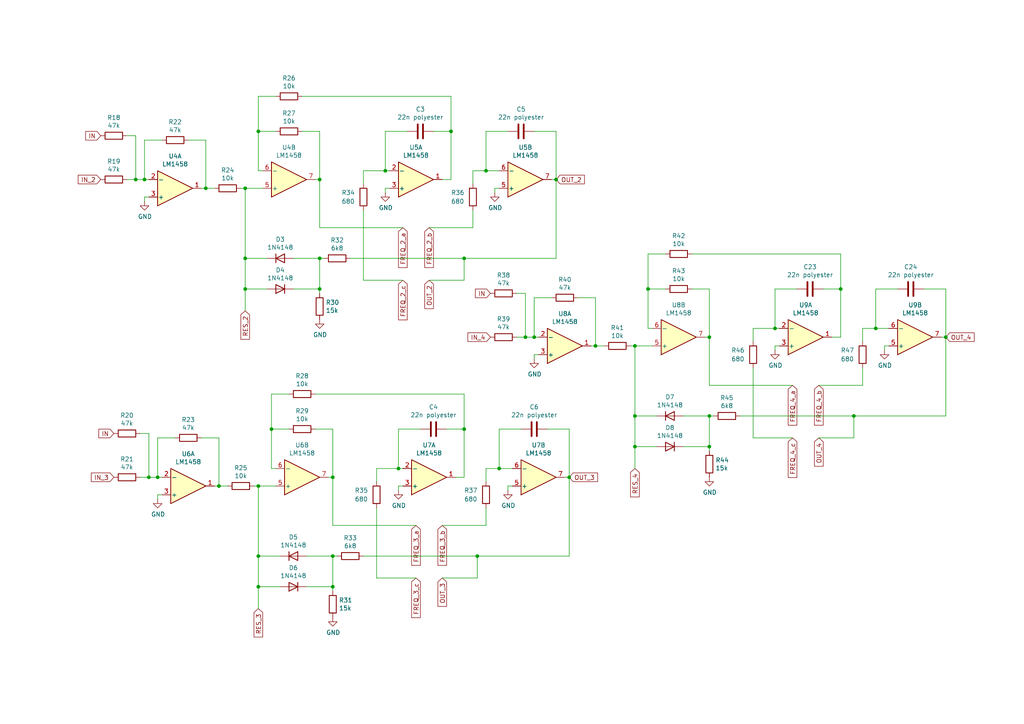
<source format=kicad_sch>
(kicad_sch (version 20230121) (generator eeschema)
  (paper "A4")
  (title_block (title "resonanz") (date "2020-06-13") (rev "01") (comment 1 "schema for main circuit") (comment 2 "resonant band pass filter") (comment 4 "License CC BY 4.0 - Attribution 4.0 International"))
  (lib_symbols
    (symbol "Device:C" (pin_numbers hide) (pin_names (offset 0.254))
      (property "Reference" "C" (at 0.635 2.54 0))
      (property "Value" "C" (at 0.635 -2.54 0))
      (symbol "C_0_1"
        (polyline (pts (xy -2.032 -0.762) (xy 2.032 -0.762)) (stroke (width 0.508)))
        (polyline (pts (xy -2.032 0.762) (xy 2.032 0.762)) (stroke (width 0.508)))
      )
      (symbol "C_1_1"
        (pin passive line (at 0 3.81 270) (length 2.794) (name "~") (number "1"))
        (pin passive line (at 0 -3.81 90) (length 2.794) (name "~") (number "2"))
      )
    )
    (symbol "Device:R" (pin_numbers hide) (pin_names (offset 0))
      (property "Reference" "R" (at 2.032 0 90))
      (property "Value" "R" (at 0 0 90))
      (symbol "R_0_1"
        (rectangle (start -1.016 -2.54) (end 1.016 2.54) (stroke (width 0.254)))
      )
      (symbol "R_1_1"
        (pin passive line (at 0 3.81 270) (length 1.27) (name "~") (number "1"))
        (pin passive line (at 0 -3.81 90) (length 1.27) (name "~") (number "2"))
      )
    )
    (symbol "Diode:1N4148" (pin_numbers hide) (pin_names hide)
      (property "Reference" "D" (at 0 2.54 0))
      (property "Value" "1N4148" (at 0 -2.54 0))
      (symbol "1N4148_0_1"
        (polyline (pts (xy -1.27 1.27) (xy -1.27 -1.27)) (stroke (width 0.254)))
        (polyline (pts (xy 1.27 0) (xy -1.27 0)))
        (polyline (pts (xy 1.27 1.27) (xy 1.27 -1.27) (xy -1.27 0) (xy 1.27 1.27)) (stroke (width 0.254)))
      )
      (symbol "1N4148_1_1"
        (pin passive line (at -3.81 0 0) (length 2.54) (name "K") (number "1"))
        (pin passive line (at 3.81 0 180) (length 2.54) (name "A") (number "2"))
      )
    )
    (symbol "elektrophon:LM1458" (pin_names (offset 0.127))
      (property "Reference" "U" (at 0 5.08 0))
      (property "Value" "LM1458" (at 0 -5.08 0))
      (symbol "LM1458_1_1"
        (polyline (pts (xy -5.08 5.08) (xy 5.08 0) (xy -5.08 -5.08) (xy -5.08 5.08)) (stroke (width 0.254)) (fill (type background)))
        (pin output line (at 7.62 0 180) (length 2.54) (name "~") (number "1"))
        (pin input line (at -7.62 -2.54 0) (length 2.54) (name "-") (number "2"))
        (pin input line (at -7.62 2.54 0) (length 2.54) (name "+") (number "3"))
      )
      (symbol "LM1458_2_1"
        (polyline (pts (xy -5.08 5.08) (xy 5.08 0) (xy -5.08 -5.08) (xy -5.08 5.08)) (stroke (width 0.254)) (fill (type background)))
        (pin input line (at -7.62 2.54 0) (length 2.54) (name "+") (number "5"))
        (pin input line (at -7.62 -2.54 0) (length 2.54) (name "-") (number "6"))
        (pin output line (at 7.62 0 180) (length 2.54) (name "~") (number "7"))
      )
      (symbol "LM1458_3_1"
        (pin power_in line (at -2.54 -7.62 90) (length 3.81) (name "V-") (number "4"))
        (pin power_in line (at -2.54 7.62 270) (length 3.81) (name "V+") (number "8"))
      )
    )
    (symbol "power:GND" (power) (pin_names (offset 0))
      (property "Value" "GND" (at 0 -3.81 0))
      (symbol "GND_0_1"
        (polyline (pts (xy 0 0) (xy 0 -1.27) (xy 1.27 -1.27) (xy 0 -2.54) (xy -1.27 -1.27) (xy 0 -1.27)))
      )
      (symbol "GND_1_1"
        (pin power_in line (at 0 0 270) (length 0) hide (name "GND") (number "1"))
      )
    )
  )
  (junction (at 138.43 161.29))
  (junction (at 43.18 138.43))
  (junction (at 96.52 138.43))
  (junction (at 71.12 54.61))
  (junction (at 74.93 161.29))
  (junction (at 187.96 83.82))
  (junction (at 96.52 161.29))
  (junction (at 205.74 120.65))
  (junction (at 243.84 83.82))
  (junction (at 274.32 97.79))
  (junction (at 78.74 124.46))
  (junction (at 165.1 138.43))
  (junction (at 184.15 100.33))
  (junction (at 41.91 52.07))
  (junction (at 154.94 97.79))
  (junction (at 134.62 74.93))
  (junction (at 63.5 140.97))
  (junction (at 130.81 38.1))
  (junction (at 224.79 95.25))
  (junction (at 172.72 100.33))
  (junction (at 184.15 120.65))
  (junction (at 152.4 97.79))
  (junction (at 71.12 83.82))
  (junction (at 71.12 74.93))
  (junction (at 205.74 97.79))
  (junction (at 74.93 38.1))
  (junction (at 254 95.25))
  (junction (at 115.57 135.89))
  (junction (at 161.29 52.07))
  (junction (at 111.76 49.53))
  (junction (at 96.52 170.18))
  (junction (at 74.93 140.97))
  (junction (at 92.71 52.07))
  (junction (at 74.93 170.18))
  (junction (at 134.62 124.46))
  (junction (at 184.15 129.54))
  (junction (at 59.69 54.61))
  (junction (at 247.65 120.65))
  (junction (at 92.71 83.82))
  (junction (at 205.74 129.54))
  (junction (at 140.97 49.53))
  (junction (at 39.37 52.07))
  (junction (at 144.78 135.89))
  (junction (at 92.71 74.93))
  (junction (at 45.72 138.43))
  (wire (pts (xy 69.85 54.61) (xy 71.12 54.61)))
  (wire (pts (xy 128.27 167.64) (xy 138.43 167.64)))
  (wire (pts (xy 224.79 95.25) (xy 226.06 95.25)))
  (wire (pts (xy 63.5 140.97) (xy 66.04 140.97)))
  (wire (pts (xy 137.16 49.53) (xy 137.16 53.34)))
  (wire (pts (xy 39.37 39.37) (xy 39.37 52.07)))
  (wire (pts (xy 205.74 83.82) (xy 205.74 97.79)))
  (wire (pts (xy 41.91 52.07) (xy 39.37 52.07)))
  (wire (pts (xy 140.97 38.1) (xy 140.97 49.53)))
  (wire (pts (xy 160.02 86.36) (xy 154.94 86.36)))
  (wire (pts (xy 190.5 120.65) (xy 184.15 120.65)))
  (wire (pts (xy 111.76 38.1) (xy 111.76 49.53)))
  (wire (pts (xy 41.91 52.07) (xy 43.18 52.07)))
  (wire (pts (xy 74.93 161.29) (xy 74.93 140.97)))
  (wire (pts (xy 115.57 124.46) (xy 121.92 124.46)))
  (wire (pts (xy 172.72 100.33) (xy 171.45 100.33)))
  (wire (pts (xy 154.94 97.79) (xy 156.21 97.79)))
  (wire (pts (xy 247.65 120.65) (xy 274.32 120.65)))
  (wire (pts (xy 125.73 38.1) (xy 130.81 38.1)))
  (wire (pts (xy 46.99 143.51) (xy 45.72 143.51)))
  (wire (pts (xy 91.44 124.46) (xy 96.52 124.46)))
  (wire (pts (xy 134.62 81.28) (xy 134.62 74.93)))
  (wire (pts (xy 243.84 83.82) (xy 243.84 97.79)))
  (wire (pts (xy 111.76 49.53) (xy 105.41 49.53)))
  (wire (pts (xy 214.63 120.65) (xy 247.65 120.65)))
  (wire (pts (xy 167.64 86.36) (xy 172.72 86.36)))
  (wire (pts (xy 247.65 127) (xy 247.65 120.65)))
  (wire (pts (xy 205.74 97.79) (xy 205.74 111.76)))
  (wire (pts (xy 274.32 83.82) (xy 274.32 97.79)))
  (wire (pts (xy 184.15 129.54) (xy 184.15 135.89)))
  (wire (pts (xy 92.71 52.07) (xy 92.71 66.04)))
  (wire (pts (xy 274.32 97.79) (xy 274.32 120.65)))
  (wire (pts (xy 138.43 167.64) (xy 138.43 161.29)))
  (wire (pts (xy 198.12 129.54) (xy 205.74 129.54)))
  (wire (pts (xy 71.12 74.93) (xy 71.12 54.61)))
  (wire (pts (xy 165.1 124.46) (xy 165.1 138.43)))
  (wire (pts (xy 96.52 161.29) (xy 88.9 161.29)))
  (wire (pts (xy 45.72 138.43) (xy 43.18 138.43)))
  (wire (pts (xy 96.52 170.18) (xy 96.52 161.29)))
  (wire (pts (xy 111.76 38.1) (xy 118.11 38.1)))
  (wire (pts (xy 78.74 124.46) (xy 78.74 135.89)))
  (wire (pts (xy 80.01 38.1) (xy 74.93 38.1)))
  (wire (pts (xy 224.79 95.25) (xy 218.44 95.25)))
  (wire (pts (xy 96.52 152.4) (xy 120.65 152.4)))
  (wire (pts (xy 237.49 127) (xy 247.65 127)))
  (wire (pts (xy 74.93 140.97) (xy 80.01 140.97)))
  (wire (pts (xy 130.81 38.1) (xy 130.81 52.07)))
  (wire (pts (xy 105.41 81.28) (xy 116.84 81.28)))
  (wire (pts (xy 111.76 54.61) (xy 111.76 55.88)))
  (wire (pts (xy 172.72 86.36) (xy 172.72 100.33)))
  (wire (pts (xy 267.97 83.82) (xy 274.32 83.82)))
  (wire (pts (xy 45.72 143.51) (xy 45.72 144.78)))
  (wire (pts (xy 154.94 102.87) (xy 154.94 104.14)))
  (wire (pts (xy 109.22 147.32) (xy 109.22 167.64)))
  (wire (pts (xy 92.71 85.09) (xy 92.71 83.82)))
  (wire (pts (xy 74.93 38.1) (xy 74.93 49.53)))
  (wire (pts (xy 147.32 140.97) (xy 147.32 142.24)))
  (wire (pts (xy 71.12 54.61) (xy 76.2 54.61)))
  (wire (pts (xy 92.71 52.07) (xy 91.44 52.07)))
  (wire (pts (xy 77.47 74.93) (xy 71.12 74.93)))
  (wire (pts (xy 109.22 167.64) (xy 120.65 167.64)))
  (wire (pts (xy 224.79 83.82) (xy 231.14 83.82)))
  (wire (pts (xy 163.83 138.43) (xy 165.1 138.43)))
  (wire (pts (xy 115.57 135.89) (xy 116.84 135.89)))
  (wire (pts (xy 148.59 140.97) (xy 147.32 140.97)))
  (wire (pts (xy 81.28 161.29) (xy 74.93 161.29)))
  (wire (pts (xy 144.78 54.61) (xy 143.51 54.61)))
  (wire (pts (xy 85.09 83.82) (xy 92.71 83.82)))
  (wire (pts (xy 43.18 57.15) (xy 41.91 57.15)))
  (wire (pts (xy 97.79 161.29) (xy 96.52 161.29)))
  (wire (pts (xy 96.52 138.43) (xy 95.25 138.43)))
  (wire (pts (xy 144.78 124.46) (xy 151.13 124.46)))
  (wire (pts (xy 156.21 102.87) (xy 154.94 102.87)))
  (wire (pts (xy 144.78 135.89) (xy 140.97 135.89)))
  (wire (pts (xy 152.4 97.79) (xy 149.86 97.79)))
  (wire (pts (xy 83.82 124.46) (xy 78.74 124.46)))
  (wire (pts (xy 187.96 73.66) (xy 187.96 83.82)))
  (wire (pts (xy 205.74 129.54) (xy 205.74 120.65)))
  (wire (pts (xy 45.72 127) (xy 45.72 138.43)))
  (wire (pts (xy 81.28 170.18) (xy 74.93 170.18)))
  (wire (pts (xy 187.96 95.25) (xy 189.23 95.25)))
  (wire (pts (xy 138.43 161.29) (xy 165.1 161.29)))
  (wire (pts (xy 46.99 40.64) (xy 41.91 40.64)))
  (wire (pts (xy 193.04 83.82) (xy 187.96 83.82)))
  (wire (pts (xy 115.57 140.97) (xy 115.57 142.24)))
  (wire (pts (xy 105.41 60.96) (xy 105.41 81.28)))
  (wire (pts (xy 154.94 38.1) (xy 161.29 38.1)))
  (wire (pts (xy 74.93 49.53) (xy 76.2 49.53)))
  (wire (pts (xy 184.15 120.65) (xy 184.15 100.33)))
  (wire (pts (xy 134.62 124.46) (xy 134.62 114.3)))
  (wire (pts (xy 41.91 57.15) (xy 41.91 58.42)))
  (wire (pts (xy 207.01 120.65) (xy 205.74 120.65)))
  (wire (pts (xy 250.19 106.68) (xy 250.19 111.76)))
  (wire (pts (xy 40.64 125.73) (xy 43.18 125.73)))
  (wire (pts (xy 92.71 74.93) (xy 85.09 74.93)))
  (wire (pts (xy 140.97 135.89) (xy 140.97 139.7)))
  (wire (pts (xy 109.22 135.89) (xy 109.22 139.7)))
  (wire (pts (xy 200.66 83.82) (xy 205.74 83.82)))
  (wire (pts (xy 96.52 171.45) (xy 96.52 170.18)))
  (wire (pts (xy 134.62 124.46) (xy 134.62 138.43)))
  (wire (pts (xy 80.01 27.94) (xy 74.93 27.94)))
  (wire (pts (xy 140.97 152.4) (xy 128.27 152.4)))
  (wire (pts (xy 184.15 129.54) (xy 184.15 120.65)))
  (wire (pts (xy 54.61 40.64) (xy 59.69 40.64)))
  (wire (pts (xy 87.63 27.94) (xy 130.81 27.94)))
  (wire (pts (xy 172.72 100.33) (xy 175.26 100.33)))
  (wire (pts (xy 93.98 74.93) (xy 92.71 74.93)))
  (wire (pts (xy 160.02 52.07) (xy 161.29 52.07)))
  (wire (pts (xy 45.72 138.43) (xy 46.99 138.43)))
  (wire (pts (xy 144.78 124.46) (xy 144.78 135.89)))
  (wire (pts (xy 50.8 127) (xy 45.72 127)))
  (wire (pts (xy 165.1 138.43) (xy 165.1 161.29)))
  (wire (pts (xy 205.74 130.81) (xy 205.74 129.54)))
  (wire (pts (xy 218.44 95.25) (xy 218.44 99.06)))
  (wire (pts (xy 36.83 39.37) (xy 39.37 39.37)))
  (wire (pts (xy 59.69 40.64) (xy 59.69 54.61)))
  (wire (pts (xy 243.84 83.82) (xy 243.84 73.66)))
  (wire (pts (xy 88.9 170.18) (xy 96.52 170.18)))
  (wire (pts (xy 105.41 49.53) (xy 105.41 53.34)))
  (wire (pts (xy 41.91 40.64) (xy 41.91 52.07)))
  (wire (pts (xy 39.37 52.07) (xy 36.83 52.07)))
  (wire (pts (xy 182.88 100.33) (xy 184.15 100.33)))
  (wire (pts (xy 132.08 138.43) (xy 134.62 138.43)))
  (wire (pts (xy 184.15 100.33) (xy 189.23 100.33)))
  (wire (pts (xy 91.44 114.3) (xy 134.62 114.3)))
  (wire (pts (xy 77.47 83.82) (xy 71.12 83.82)))
  (wire (pts (xy 144.78 49.53) (xy 140.97 49.53)))
  (wire (pts (xy 92.71 66.04) (xy 116.84 66.04)))
  (wire (pts (xy 190.5 129.54) (xy 184.15 129.54)))
  (wire (pts (xy 254 95.25) (xy 250.19 95.25)))
  (wire (pts (xy 257.81 100.33) (xy 256.54 100.33)))
  (wire (pts (xy 43.18 125.73) (xy 43.18 138.43)))
  (wire (pts (xy 257.81 95.25) (xy 254 95.25)))
  (wire (pts (xy 59.69 54.61) (xy 62.23 54.61)))
  (wire (pts (xy 74.93 170.18) (xy 74.93 161.29)))
  (wire (pts (xy 154.94 86.36) (xy 154.94 97.79)))
  (wire (pts (xy 92.71 83.82) (xy 92.71 74.93)))
  (wire (pts (xy 78.74 135.89) (xy 80.01 135.89)))
  (wire (pts (xy 113.03 54.61) (xy 111.76 54.61)))
  (wire (pts (xy 254 83.82) (xy 254 95.25)))
  (wire (pts (xy 137.16 60.96) (xy 137.16 66.04)))
  (wire (pts (xy 218.44 106.68) (xy 218.44 127)))
  (wire (pts (xy 140.97 147.32) (xy 140.97 152.4)))
  (wire (pts (xy 273.05 97.79) (xy 274.32 97.79)))
  (wire (pts (xy 92.71 38.1) (xy 92.71 52.07)))
  (wire (pts (xy 63.5 127) (xy 63.5 140.97)))
  (wire (pts (xy 128.27 52.07) (xy 130.81 52.07)))
  (wire (pts (xy 238.76 83.82) (xy 243.84 83.82)))
  (wire (pts (xy 205.74 111.76) (xy 229.87 111.76)))
  (wire (pts (xy 74.93 170.18) (xy 74.93 176.53)))
  (wire (pts (xy 96.52 124.46) (xy 96.52 138.43)))
  (wire (pts (xy 115.57 135.89) (xy 109.22 135.89)))
  (wire (pts (xy 200.66 73.66) (xy 243.84 73.66)))
  (wire (pts (xy 143.51 54.61) (xy 143.51 55.88)))
  (wire (pts (xy 43.18 138.43) (xy 40.64 138.43)))
  (wire (pts (xy 59.69 54.61) (xy 58.42 54.61)))
  (wire (pts (xy 71.12 83.82) (xy 71.12 74.93)))
  (wire (pts (xy 224.79 83.82) (xy 224.79 95.25)))
  (wire (pts (xy 250.19 95.25) (xy 250.19 99.06)))
  (wire (pts (xy 187.96 83.82) (xy 187.96 95.25)))
  (wire (pts (xy 130.81 38.1) (xy 130.81 27.94)))
  (wire (pts (xy 83.82 114.3) (xy 78.74 114.3)))
  (wire (pts (xy 205.74 120.65) (xy 198.12 120.65)))
  (wire (pts (xy 148.59 135.89) (xy 144.78 135.89)))
  (wire (pts (xy 218.44 127) (xy 229.87 127)))
  (wire (pts (xy 256.54 100.33) (xy 256.54 101.6)))
  (wire (pts (xy 224.79 100.33) (xy 224.79 101.6)))
  (wire (pts (xy 71.12 83.82) (xy 71.12 90.17)))
  (wire (pts (xy 193.04 73.66) (xy 187.96 73.66)))
  (wire (pts (xy 63.5 140.97) (xy 62.23 140.97)))
  (wire (pts (xy 58.42 127) (xy 63.5 127)))
  (wire (pts (xy 158.75 124.46) (xy 165.1 124.46)))
  (wire (pts (xy 140.97 49.53) (xy 137.16 49.53)))
  (wire (pts (xy 124.46 81.28) (xy 134.62 81.28)))
  (wire (pts (xy 129.54 124.46) (xy 134.62 124.46)))
  (wire (pts (xy 73.66 140.97) (xy 74.93 140.97)))
  (wire (pts (xy 205.74 97.79) (xy 204.47 97.79)))
  (wire (pts (xy 116.84 140.97) (xy 115.57 140.97)))
  (wire (pts (xy 105.41 161.29) (xy 138.43 161.29)))
  (wire (pts (xy 78.74 114.3) (xy 78.74 124.46)))
  (wire (pts (xy 152.4 85.09) (xy 152.4 97.79)))
  (wire (pts (xy 87.63 38.1) (xy 92.71 38.1)))
  (wire (pts (xy 254 83.82) (xy 260.35 83.82)))
  (wire (pts (xy 161.29 38.1) (xy 161.29 52.07)))
  (wire (pts (xy 140.97 38.1) (xy 147.32 38.1)))
  (wire (pts (xy 101.6 74.93) (xy 134.62 74.93)))
  (wire (pts (xy 149.86 85.09) (xy 152.4 85.09)))
  (wire (pts (xy 134.62 74.93) (xy 161.29 74.93)))
  (wire (pts (xy 241.3 97.79) (xy 243.84 97.79)))
  (wire (pts (xy 111.76 49.53) (xy 113.03 49.53)))
  (wire (pts (xy 250.19 111.76) (xy 237.49 111.76)))
  (wire (pts (xy 161.29 52.07) (xy 161.29 74.93)))
  (wire (pts (xy 115.57 124.46) (xy 115.57 135.89)))
  (wire (pts (xy 96.52 138.43) (xy 96.52 152.4)))
  (wire (pts (xy 137.16 66.04) (xy 124.46 66.04)))
  (wire (pts (xy 74.93 27.94) (xy 74.93 38.1)))
  (wire (pts (xy 226.06 100.33) (xy 224.79 100.33)))
  (wire (pts (xy 154.94 97.79) (xy 152.4 97.79)))
  (global_label "IN_4" (shape input) (at 142.24 97.79 180) (property "Intersheetrefs" "${INTERSHEET_REFS}" (effects hide)))
  (global_label "OUT_2" (shape input) (at 124.46 81.28 270) (property "Intersheetrefs" "${INTERSHEET_REFS}" (effects hide)))
  (global_label "IN" (shape input) (at 142.24 85.09 180) (property "Intersheetrefs" "${INTERSHEET_REFS}" (effects hide)))
  (global_label "FREQ_4_c" (shape input) (at 229.87 127 270) (property "Intersheetrefs" "${INTERSHEET_REFS}" (effects hide)))
  (global_label "FREQ_3_b" (shape input) (at 128.27 152.4 270) (property "Intersheetrefs" "${INTERSHEET_REFS}" (effects hide)))
  (global_label "IN" (shape input) (at 29.21 39.37 180) (property "Intersheetrefs" "${INTERSHEET_REFS}" (effects hide)))
  (global_label "FREQ_4_a" (shape input) (at 229.87 111.76 270) (property "Intersheetrefs" "${INTERSHEET_REFS}" (effects hide)))
  (global_label "FREQ_2_a" (shape input) (at 116.84 66.04 270) (property "Intersheetrefs" "${INTERSHEET_REFS}" (effects hide)))
  (global_label "FREQ_2_c" (shape input) (at 116.84 81.28 270) (property "Intersheetrefs" "${INTERSHEET_REFS}" (effects hide)))
  (global_label "OUT_2" (shape input) (at 161.29 52.07 0) (property "Intersheetrefs" "${INTERSHEET_REFS}" (effects hide)))
  (global_label "OUT_4" (shape input) (at 274.32 97.79 0) (property "Intersheetrefs" "${INTERSHEET_REFS}" (effects hide)))
  (global_label "IN_2" (shape input) (at 29.21 52.07 180) (property "Intersheetrefs" "${INTERSHEET_REFS}" (effects hide)))
  (global_label "IN_3" (shape input) (at 33.02 138.43 180) (property "Intersheetrefs" "${INTERSHEET_REFS}" (effects hide)))
  (global_label "FREQ_3_a" (shape input) (at 120.65 152.4 270) (property "Intersheetrefs" "${INTERSHEET_REFS}" (effects hide)))
  (global_label "OUT_3" (shape input) (at 165.1 138.43 0) (property "Intersheetrefs" "${INTERSHEET_REFS}" (effects hide)))
  (global_label "OUT_3" (shape input) (at 128.27 167.64 270) (property "Intersheetrefs" "${INTERSHEET_REFS}" (effects hide)))
  (global_label "OUT_4" (shape input) (at 237.49 127 270) (property "Intersheetrefs" "${INTERSHEET_REFS}" (effects hide)))
  (global_label "RES_2" (shape input) (at 71.12 90.17 270) (property "Intersheetrefs" "${INTERSHEET_REFS}" (effects hide)))
  (global_label "FREQ_4_b" (shape input) (at 237.49 111.76 270) (property "Intersheetrefs" "${INTERSHEET_REFS}" (effects hide)))
  (global_label "RES_4" (shape input) (at 184.15 135.89 270) (property "Intersheetrefs" "${INTERSHEET_REFS}" (effects hide)))
  (global_label "IN" (shape input) (at 33.02 125.73 180) (property "Intersheetrefs" "${INTERSHEET_REFS}" (effects hide)))
  (global_label "FREQ_3_c" (shape input) (at 120.65 167.64 270) (property "Intersheetrefs" "${INTERSHEET_REFS}" (effects hide)))
  (global_label "RES_3" (shape input) (at 74.93 176.53 270) (property "Intersheetrefs" "${INTERSHEET_REFS}" (effects hide)))
  (global_label "FREQ_2_b" (shape input) (at 124.46 66.04 270) (property "Intersheetrefs" "${INTERSHEET_REFS}" (effects hide)))
  (symbol (lib_id "Device:R") (at 36.83 125.73 90) (unit 1)
    (property "Reference" "R20" (at 36.83 120.4722 90))
    (property "Value" "47k" (at 36.83 122.7836 90))
    (property "Footprint" "Resistor_THT:R_Axial_DIN0207_L6.3mm_D2.5mm_P10.16mm_Horizontal" (effects hide))
  )
  (symbol (lib_id "Device:R") (at 36.83 138.43 90) (unit 1)
    (property "Reference" "R21" (at 36.83 133.1722 90))
    (property "Value" "47k" (at 36.83 135.4836 90))
    (property "Footprint" "Resistor_THT:R_Axial_DIN0207_L6.3mm_D2.5mm_P10.16mm_Horizontal" (effects hide))
  )
  (symbol (lib_id "Device:R") (at 54.61 127 90) (unit 1)
    (property "Reference" "R23" (at 54.61 121.7422 90))
    (property "Value" "47k" (at 54.61 124.0536 90))
    (property "Footprint" "Resistor_THT:R_Axial_DIN0207_L6.3mm_D2.5mm_P2.54mm_Vertical" (effects hide))
  )
  (symbol (lib_id "Device:R") (at 69.85 140.97 90) (unit 1)
    (property "Reference" "R25" (at 69.85 135.7122 90))
    (property "Value" "10k" (at 69.85 138.0236 90))
    (property "Footprint" "Resistor_THT:R_Axial_DIN0207_L6.3mm_D2.5mm_P10.16mm_Horizontal" (effects hide))
  )
  (symbol (lib_id "Device:R") (at 87.63 124.46 90) (unit 1)
    (property "Reference" "R29" (at 87.63 119.2022 90))
    (property "Value" "10k" (at 87.63 121.5136 90))
    (property "Footprint" "Resistor_THT:R_Axial_DIN0207_L6.3mm_D2.5mm_P2.54mm_Vertical" (effects hide))
  )
  (symbol (lib_id "Device:R") (at 87.63 114.3 90) (unit 1)
    (property "Reference" "R28" (at 87.63 109.0422 90))
    (property "Value" "10k" (at 87.63 111.3536 90))
    (property "Footprint" "Resistor_THT:R_Axial_DIN0207_L6.3mm_D2.5mm_P2.54mm_Vertical" (effects hide))
  )
  (symbol (lib_id "Device:R") (at 96.52 175.26 0) (unit 1)
    (property "Reference" "R31" (at 98.298 174.0916 0) (effects (justify left)))
    (property "Value" "15k" (at 98.298 176.403 0) (effects (justify left)))
    (property "Footprint" "Resistor_THT:R_Axial_DIN0207_L6.3mm_D2.5mm_P10.16mm_Horizontal" (effects hide))
  )
  (symbol (lib_id "Device:C") (at 125.73 124.46 270) (unit 1)
    (property "Reference" "C4" (at 125.73 118.0592 90))
    (property "Value" "22n polyester" (at 125.73 120.3706 90))
    (property "Footprint" "Capacitor_THT:C_Rect_L7.2mm_W2.5mm_P5.00mm_FKS2_FKP2_MKS2_MKP2" (effects hide))
  )
  (symbol (lib_id "Diode:1N4148") (at 85.09 161.29 0) (unit 1)
    (property "Reference" "D5" (at 85.09 155.8036 0))
    (property "Value" "1N4148" (at 85.09 158.115 0))
    (property "Footprint" "Diode_THT:D_DO-35_SOD27_P3.81mm_Vertical_KathodeUp" (effects hide))
    (property "Datasheet" "https://assets.nexperia.com/documents/data-sheet/1N4148_1N4448.pdf" (effects hide))
  )
  (symbol (lib_id "Diode:1N4148") (at 85.09 170.18 180) (unit 1)
    (property "Reference" "D6" (at 85.09 164.6936 0))
    (property "Value" "1N4148" (at 85.09 167.005 0))
    (property "Footprint" "Diode_THT:D_DO-35_SOD27_P3.81mm_Vertical_KathodeUp" (effects hide))
    (property "Datasheet" "https://assets.nexperia.com/documents/data-sheet/1N4148_1N4448.pdf" (effects hide))
  )
  (symbol (lib_id "power:GND") (at 96.52 179.07 0) (unit 1)
    (property "Reference" "#PWR013" (effects hide))
    (property "Value" "GND" (at 96.647 183.4642 0))
  )
  (symbol (lib_id "Device:R") (at 101.6 161.29 270) (unit 1)
    (property "Reference" "R33" (at 101.6 156.0322 90))
    (property "Value" "6k8" (at 101.6 158.3436 90))
    (property "Footprint" "Resistor_THT:R_Axial_DIN0207_L6.3mm_D2.5mm_P2.54mm_Vertical" (effects hide))
  )
  (symbol (lib_id "Device:R") (at 109.22 143.51 0) (unit 1)
    (property "Reference" "R35" (at 102.87 142.24 0) (effects (justify left)))
    (property "Value" "680" (at 102.87 144.78 0) (effects (justify left)))
    (property "Footprint" "Resistor_THT:R_Axial_DIN0207_L6.3mm_D2.5mm_P10.16mm_Horizontal" (effects hide))
  )
  (symbol (lib_id "Device:R") (at 140.97 143.51 0) (unit 1)
    (property "Reference" "R37" (at 134.62 142.24 0) (effects (justify left)))
    (property "Value" "680" (at 134.62 144.78 0) (effects (justify left)))
    (property "Footprint" "Resistor_THT:R_Axial_DIN0207_L6.3mm_D2.5mm_P10.16mm_Horizontal" (effects hide))
  )
  (symbol (lib_id "Device:C") (at 154.94 124.46 270) (unit 1)
    (property "Reference" "C6" (at 154.94 118.0592 90))
    (property "Value" "22n polyester" (at 154.94 120.3706 90))
    (property "Footprint" "Capacitor_THT:C_Rect_L7.2mm_W2.5mm_P5.00mm_FKS2_FKP2_MKS2_MKP2" (effects hide))
  )
  (symbol (lib_id "power:GND") (at 45.72 144.78 0) (unit 1)
    (property "Reference" "#PWR011" (effects hide))
    (property "Value" "GND" (at 45.847 149.1742 0))
  )
  (symbol (lib_id "power:GND") (at 115.57 142.24 0) (unit 1)
    (property "Reference" "#PWR015" (effects hide))
    (property "Value" "GND" (at 115.697 146.6342 0))
  )
  (symbol (lib_id "power:GND") (at 147.32 142.24 0) (unit 1)
    (property "Reference" "#PWR017" (effects hide))
    (property "Value" "GND" (at 147.447 146.6342 0))
  )
  (symbol (lib_id "Device:R") (at 33.02 39.37 90) (unit 1)
    (property "Reference" "R18" (at 33.02 34.1122 90))
    (property "Value" "47k" (at 33.02 36.4236 90))
    (property "Footprint" "Resistor_THT:R_Axial_DIN0207_L6.3mm_D2.5mm_P10.16mm_Horizontal" (effects hide))
  )
  (symbol (lib_id "Device:R") (at 33.02 52.07 90) (unit 1)
    (property "Reference" "R19" (at 33.02 46.8122 90))
    (property "Value" "47k" (at 33.02 49.1236 90))
    (property "Footprint" "Resistor_THT:R_Axial_DIN0207_L6.3mm_D2.5mm_P10.16mm_Horizontal" (effects hide))
  )
  (symbol (lib_id "Device:R") (at 50.8 40.64 90) (unit 1)
    (property "Reference" "R22" (at 50.8 35.3822 90))
    (property "Value" "47k" (at 50.8 37.6936 90))
    (property "Footprint" "Resistor_THT:R_Axial_DIN0207_L6.3mm_D2.5mm_P2.54mm_Vertical" (effects hide))
  )
  (symbol (lib_id "Device:R") (at 66.04 54.61 90) (unit 1)
    (property "Reference" "R24" (at 66.04 49.3522 90))
    (property "Value" "10k" (at 66.04 51.6636 90))
    (property "Footprint" "Resistor_THT:R_Axial_DIN0207_L6.3mm_D2.5mm_P10.16mm_Horizontal" (effects hide))
  )
  (symbol (lib_id "Device:R") (at 83.82 38.1 90) (unit 1)
    (property "Reference" "R27" (at 83.82 32.8422 90))
    (property "Value" "10k" (at 83.82 35.1536 90))
    (property "Footprint" "Resistor_THT:R_Axial_DIN0207_L6.3mm_D2.5mm_P2.54mm_Vertical" (effects hide))
  )
  (symbol (lib_id "Device:R") (at 83.82 27.94 90) (unit 1)
    (property "Reference" "R26" (at 83.82 22.6822 90))
    (property "Value" "10k" (at 83.82 24.9936 90))
    (property "Footprint" "Resistor_THT:R_Axial_DIN0207_L6.3mm_D2.5mm_P2.54mm_Vertical" (effects hide))
  )
  (symbol (lib_id "Device:R") (at 92.71 88.9 0) (unit 1)
    (property "Reference" "R30" (at 94.488 87.7316 0) (effects (justify left)))
    (property "Value" "15k" (at 94.488 90.043 0) (effects (justify left)))
    (property "Footprint" "Resistor_THT:R_Axial_DIN0207_L6.3mm_D2.5mm_P10.16mm_Horizontal" (effects hide))
  )
  (symbol (lib_id "Device:C") (at 121.92 38.1 270) (unit 1)
    (property "Reference" "C3" (at 121.92 31.6992 90))
    (property "Value" "22n polyester" (at 121.92 34.0106 90))
    (property "Footprint" "Capacitor_THT:C_Rect_L7.2mm_W2.5mm_P5.00mm_FKS2_FKP2_MKS2_MKP2" (effects hide))
  )
  (symbol (lib_id "Diode:1N4148") (at 81.28 74.93 0) (unit 1)
    (property "Reference" "D3" (at 81.28 69.4436 0))
    (property "Value" "1N4148" (at 81.28 71.755 0))
    (property "Footprint" "Diode_THT:D_DO-35_SOD27_P3.81mm_Vertical_KathodeUp" (effects hide))
    (property "Datasheet" "https://assets.nexperia.com/documents/data-sheet/1N4148_1N4448.pdf" (effects hide))
  )
  (symbol (lib_id "Diode:1N4148") (at 81.28 83.82 180) (unit 1)
    (property "Reference" "D4" (at 81.28 78.3336 0))
    (property "Value" "1N4148" (at 81.28 80.645 0))
    (property "Footprint" "Diode_THT:D_DO-35_SOD27_P3.81mm_Vertical_KathodeUp" (effects hide))
    (property "Datasheet" "https://assets.nexperia.com/documents/data-sheet/1N4148_1N4448.pdf" (effects hide))
  )
  (symbol (lib_id "power:GND") (at 92.71 92.71 0) (unit 1)
    (property "Reference" "#PWR012" (effects hide))
    (property "Value" "GND" (at 92.837 97.1042 0))
  )
  (symbol (lib_id "Device:R") (at 97.79 74.93 270) (unit 1)
    (property "Reference" "R32" (at 97.79 69.6722 90))
    (property "Value" "6k8" (at 97.79 71.9836 90))
    (property "Footprint" "Resistor_THT:R_Axial_DIN0207_L6.3mm_D2.5mm_P2.54mm_Vertical" (effects hide))
  )
  (symbol (lib_id "Device:R") (at 105.41 57.15 0) (unit 1)
    (property "Reference" "R34" (at 99.06 55.88 0) (effects (justify left)))
    (property "Value" "680" (at 99.06 58.42 0) (effects (justify left)))
    (property "Footprint" "Resistor_THT:R_Axial_DIN0207_L6.3mm_D2.5mm_P10.16mm_Horizontal" (effects hide))
  )
  (symbol (lib_id "Device:R") (at 137.16 57.15 0) (unit 1)
    (property "Reference" "R36" (at 130.81 55.88 0) (effects (justify left)))
    (property "Value" "680" (at 130.81 58.42 0) (effects (justify left)))
    (property "Footprint" "Resistor_THT:R_Axial_DIN0207_L6.3mm_D2.5mm_P10.16mm_Horizontal" (effects hide))
  )
  (symbol (lib_id "Device:C") (at 151.13 38.1 270) (unit 1)
    (property "Reference" "C5" (at 151.13 31.6992 90))
    (property "Value" "22n polyester" (at 151.13 34.0106 90))
    (property "Footprint" "Capacitor_THT:C_Rect_L7.2mm_W2.5mm_P5.00mm_FKS2_FKP2_MKS2_MKP2" (effects hide))
  )
  (symbol (lib_id "power:GND") (at 41.91 58.42 0) (unit 1)
    (property "Reference" "#PWR010" (effects hide))
    (property "Value" "GND" (at 42.037 62.8142 0))
  )
  (symbol (lib_id "power:GND") (at 111.76 55.88 0) (unit 1)
    (property "Reference" "#PWR014" (effects hide))
    (property "Value" "GND" (at 111.887 60.2742 0))
  )
  (symbol (lib_id "power:GND") (at 143.51 55.88 0) (unit 1)
    (property "Reference" "#PWR016" (effects hide))
    (property "Value" "GND" (at 143.637 60.2742 0))
  )
  (symbol (lib_id "Device:R") (at 146.05 85.09 90) (unit 1)
    (property "Reference" "R38" (at 146.05 79.8322 90))
    (property "Value" "47k" (at 146.05 82.1436 90))
    (property "Footprint" "Resistor_THT:R_Axial_DIN0207_L6.3mm_D2.5mm_P10.16mm_Horizontal" (effects hide))
  )
  (symbol (lib_id "Device:R") (at 146.05 97.79 90) (unit 1)
    (property "Reference" "R39" (at 146.05 92.5322 90))
    (property "Value" "47k" (at 146.05 94.8436 90))
    (property "Footprint" "Resistor_THT:R_Axial_DIN0207_L6.3mm_D2.5mm_P10.16mm_Horizontal" (effects hide))
  )
  (symbol (lib_id "Device:R") (at 163.83 86.36 90) (unit 1)
    (property "Reference" "R40" (at 163.83 81.1022 90))
    (property "Value" "47k" (at 163.83 83.4136 90))
    (property "Footprint" "Resistor_THT:R_Axial_DIN0207_L6.3mm_D2.5mm_P2.54mm_Vertical" (effects hide))
  )
  (symbol (lib_id "Device:R") (at 179.07 100.33 90) (unit 1)
    (property "Reference" "R41" (at 179.07 95.0722 90))
    (property "Value" "10k" (at 179.07 97.3836 90))
    (property "Footprint" "Resistor_THT:R_Axial_DIN0207_L6.3mm_D2.5mm_P10.16mm_Horizontal" (effects hide))
  )
  (symbol (lib_id "Device:R") (at 196.85 83.82 90) (unit 1)
    (property "Reference" "R43" (at 196.85 78.5622 90))
    (property "Value" "10k" (at 196.85 80.8736 90))
    (property "Footprint" "Resistor_THT:R_Axial_DIN0207_L6.3mm_D2.5mm_P2.54mm_Vertical" (effects hide))
  )
  (symbol (lib_id "Device:R") (at 196.85 73.66 90) (unit 1)
    (property "Reference" "R42" (at 196.85 68.4022 90))
    (property "Value" "10k" (at 196.85 70.7136 90))
    (property "Footprint" "Resistor_THT:R_Axial_DIN0207_L6.3mm_D2.5mm_P2.54mm_Vertical" (effects hide))
  )
  (symbol (lib_id "Device:R") (at 205.74 134.62 0) (unit 1)
    (property "Reference" "R44" (at 207.518 133.4516 0) (effects (justify left)))
    (property "Value" "15k" (at 207.518 135.763 0) (effects (justify left)))
    (property "Footprint" "Resistor_THT:R_Axial_DIN0207_L6.3mm_D2.5mm_P10.16mm_Horizontal" (effects hide))
  )
  (symbol (lib_id "Device:C") (at 234.95 83.82 270) (unit 1)
    (property "Reference" "C23" (at 234.95 77.4192 90))
    (property "Value" "22n polyester" (at 234.95 79.7306 90))
    (property "Footprint" "Capacitor_THT:C_Rect_L7.2mm_W2.5mm_P5.00mm_FKS2_FKP2_MKS2_MKP2" (effects hide))
  )
  (symbol (lib_id "Diode:1N4148") (at 194.31 120.65 0) (unit 1)
    (property "Reference" "D7" (at 194.31 115.1636 0))
    (property "Value" "1N4148" (at 194.31 117.475 0))
    (property "Footprint" "Diode_THT:D_DO-35_SOD27_P3.81mm_Vertical_KathodeUp" (effects hide))
    (property "Datasheet" "https://assets.nexperia.com/documents/data-sheet/1N4148_1N4448.pdf" (effects hide))
  )
  (symbol (lib_id "Diode:1N4148") (at 194.31 129.54 180) (unit 1)
    (property "Reference" "D8" (at 194.31 124.0536 0))
    (property "Value" "1N4148" (at 194.31 126.365 0))
    (property "Footprint" "Diode_THT:D_DO-35_SOD27_P3.81mm_Vertical_KathodeUp" (effects hide))
    (property "Datasheet" "https://assets.nexperia.com/documents/data-sheet/1N4148_1N4448.pdf" (effects hide))
  )
  (symbol (lib_id "power:GND") (at 205.74 138.43 0) (unit 1)
    (property "Reference" "#PWR035" (effects hide))
    (property "Value" "GND" (at 205.867 142.8242 0))
  )
  (symbol (lib_id "Device:R") (at 210.82 120.65 270) (unit 1)
    (property "Reference" "R45" (at 210.82 115.3922 90))
    (property "Value" "6k8" (at 210.82 117.7036 90))
    (property "Footprint" "Resistor_THT:R_Axial_DIN0207_L6.3mm_D2.5mm_P2.54mm_Vertical" (effects hide))
  )
  (symbol (lib_id "Device:R") (at 218.44 102.87 0) (unit 1)
    (property "Reference" "R46" (at 212.09 101.6 0) (effects (justify left)))
    (property "Value" "680" (at 212.09 104.14 0) (effects (justify left)))
    (property "Footprint" "Resistor_THT:R_Axial_DIN0207_L6.3mm_D2.5mm_P10.16mm_Horizontal" (effects hide))
  )
  (symbol (lib_id "Device:R") (at 250.19 102.87 0) (unit 1)
    (property "Reference" "R47" (at 243.84 101.6 0) (effects (justify left)))
    (property "Value" "680" (at 243.84 104.14 0) (effects (justify left)))
    (property "Footprint" "Resistor_THT:R_Axial_DIN0207_L6.3mm_D2.5mm_P10.16mm_Horizontal" (effects hide))
  )
  (symbol (lib_id "Device:C") (at 264.16 83.82 270) (unit 1)
    (property "Reference" "C24" (at 264.16 77.4192 90))
    (property "Value" "22n polyester" (at 264.16 79.7306 90))
    (property "Footprint" "Capacitor_THT:C_Rect_L7.2mm_W2.5mm_P5.00mm_FKS2_FKP2_MKS2_MKP2" (effects hide))
  )
  (symbol (lib_id "power:GND") (at 154.94 104.14 0) (unit 1)
    (property "Reference" "#PWR034" (effects hide))
    (property "Value" "GND" (at 155.067 108.5342 0))
  )
  (symbol (lib_id "power:GND") (at 224.79 101.6 0) (unit 1)
    (property "Reference" "#PWR036" (effects hide))
    (property "Value" "GND" (at 224.917 105.9942 0))
  )
  (symbol (lib_id "power:GND") (at 256.54 101.6 0) (unit 1)
    (property "Reference" "#PWR037" (effects hide))
    (property "Value" "GND" (at 256.667 105.9942 0))
  )
  (symbol (lib_id "elektrophon:LM1458") (at 50.8 54.61 0) (mirror x) (unit 1)
    (property "Reference" "U4" (at 50.8 45.2882 0))
    (property "Value" "LM1458" (at 50.8 47.5996 0))
    (property "Footprint" "Package_DIP:DIP-8_W7.62mm_Socket" (effects hide))
    (property "Datasheet" "http://www.ti.com/lit/ds/symlink/lm358.pdf" (effects hide))
  )
  (symbol (lib_id "elektrophon:LM1458") (at 83.82 52.07 0) (mirror x) (unit 2)
    (property "Reference" "U4" (at 83.82 42.7482 0))
    (property "Value" "LM1458" (at 83.82 45.0596 0))
    (property "Footprint" "Package_DIP:DIP-8_W7.62mm_Socket" (effects hide))
    (property "Datasheet" "http://www.ti.com/lit/ds/symlink/lm358.pdf" (effects hide))
  )
  (symbol (lib_id "elektrophon:LM1458") (at 120.65 52.07 0) (mirror x) (unit 1)
    (property "Reference" "U5" (at 120.65 42.7482 0))
    (property "Value" "LM1458" (at 120.65 45.0596 0))
    (property "Footprint" "Package_DIP:DIP-8_W7.62mm_Socket" (effects hide))
    (property "Datasheet" "http://www.ti.com/lit/ds/symlink/lm358.pdf" (effects hide))
  )
  (symbol (lib_id "elektrophon:LM1458") (at 152.4 52.07 0) (mirror x) (unit 2)
    (property "Reference" "U5" (at 152.4 42.7482 0))
    (property "Value" "LM1458" (at 152.4 45.0596 0))
    (property "Footprint" "Package_DIP:DIP-8_W7.62mm_Socket" (effects hide))
    (property "Datasheet" "http://www.ti.com/lit/ds/symlink/lm358.pdf" (effects hide))
  )
  (symbol (lib_id "elektrophon:LM1458") (at 54.61 140.97 0) (mirror x) (unit 1)
    (property "Reference" "U6" (at 54.61 131.6482 0))
    (property "Value" "LM1458" (at 54.61 133.9596 0))
    (property "Footprint" "Package_DIP:DIP-8_W7.62mm_Socket" (effects hide))
    (property "Datasheet" "http://www.ti.com/lit/ds/symlink/lm358.pdf" (effects hide))
  )
  (symbol (lib_id "elektrophon:LM1458") (at 87.63 138.43 0) (mirror x) (unit 2)
    (property "Reference" "U6" (at 87.63 129.1082 0))
    (property "Value" "LM1458" (at 87.63 131.4196 0))
    (property "Footprint" "Package_DIP:DIP-8_W7.62mm_Socket" (effects hide))
    (property "Datasheet" "http://www.ti.com/lit/ds/symlink/lm358.pdf" (effects hide))
  )
  (symbol (lib_id "elektrophon:LM1458") (at 124.46 138.43 0) (mirror x) (unit 1)
    (property "Reference" "U7" (at 124.46 129.1082 0))
    (property "Value" "LM1458" (at 124.46 131.4196 0))
    (property "Footprint" "Package_DIP:DIP-8_W7.62mm_Socket" (effects hide))
    (property "Datasheet" "http://www.ti.com/lit/ds/symlink/lm358.pdf" (effects hide))
  )
  (symbol (lib_id "elektrophon:LM1458") (at 156.21 138.43 0) (mirror x) (unit 2)
    (property "Reference" "U7" (at 156.21 129.1082 0))
    (property "Value" "LM1458" (at 156.21 131.4196 0))
    (property "Footprint" "Package_DIP:DIP-8_W7.62mm_Socket" (effects hide))
    (property "Datasheet" "http://www.ti.com/lit/ds/symlink/lm358.pdf" (effects hide))
  )
  (symbol (lib_id "elektrophon:LM1458") (at 163.83 100.33 0) (mirror x) (unit 1)
    (property "Reference" "U8" (at 163.83 91.0082 0))
    (property "Value" "LM1458" (at 163.83 93.3196 0))
    (property "Footprint" "Package_DIP:DIP-8_W7.62mm_Socket" (effects hide))
    (property "Datasheet" "http://www.ti.com/lit/ds/symlink/lm358.pdf" (effects hide))
  )
  (symbol (lib_id "elektrophon:LM1458") (at 196.85 97.79 0) (mirror x) (unit 2)
    (property "Reference" "U8" (at 196.85 88.4682 0))
    (property "Value" "LM1458" (at 196.85 90.7796 0))
    (property "Footprint" "Package_DIP:DIP-8_W7.62mm_Socket" (effects hide))
    (property "Datasheet" "http://www.ti.com/lit/ds/symlink/lm358.pdf" (effects hide))
  )
  (symbol (lib_id "elektrophon:LM1458") (at 265.43 97.79 0) (mirror x) (unit 2)
    (property "Reference" "U9" (at 265.43 88.4682 0))
    (property "Value" "LM1458" (at 265.43 90.7796 0))
    (property "Footprint" "Package_DIP:DIP-8_W7.62mm_Socket" (effects hide))
    (property "Datasheet" "http://www.ti.com/lit/ds/symlink/lm358.pdf" (effects hide))
  )
  (symbol (lib_id "elektrophon:LM1458") (at 233.68 97.79 0) (mirror x) (unit 1)
    (property "Reference" "U9" (at 233.68 88.4682 0))
    (property "Value" "LM1458" (at 233.68 90.7796 0))
    (property "Footprint" "Package_DIP:DIP-8_W7.62mm_Socket" (effects hide))
    (property "Datasheet" "http://www.ti.com/lit/ds/symlink/lm358.pdf" (effects hide))
  )
)
</source>
